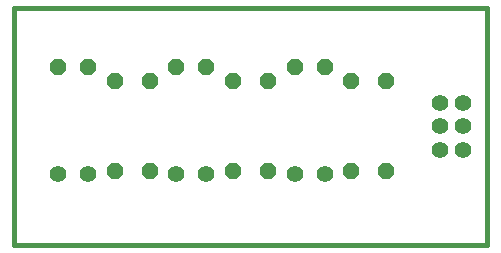
<source format=gbl>
G75*
%MOIN*%
%OFA0B0*%
%FSLAX24Y24*%
%IPPOS*%
%LPD*%
%AMOC8*
5,1,8,0,0,1.08239X$1,22.5*
%
%ADD10C,0.0160*%
%ADD11OC8,0.0520*%
%ADD12C,0.0551*%
%ADD13C,0.0554*%
D10*
X000837Y000694D02*
X016585Y000694D01*
X016585Y008568D01*
X000837Y008568D01*
X000837Y000694D01*
D11*
X004183Y003131D03*
X005364Y003131D03*
X008120Y003131D03*
X009301Y003131D03*
X012057Y003131D03*
X013238Y003131D03*
X013238Y006131D03*
X012057Y006131D03*
X011179Y006599D03*
X010179Y006599D03*
X009301Y006131D03*
X008120Y006131D03*
X007242Y006599D03*
X006242Y006599D03*
X005364Y006131D03*
X004183Y006131D03*
X003305Y006599D03*
X002305Y006599D03*
D12*
X002305Y003056D03*
X003305Y003056D03*
X006242Y003056D03*
X007242Y003056D03*
X010179Y003056D03*
X011179Y003056D03*
D13*
X015010Y003843D03*
X015797Y003843D03*
X015797Y004631D03*
X015010Y004631D03*
X015010Y005418D03*
X015797Y005418D03*
M02*

</source>
